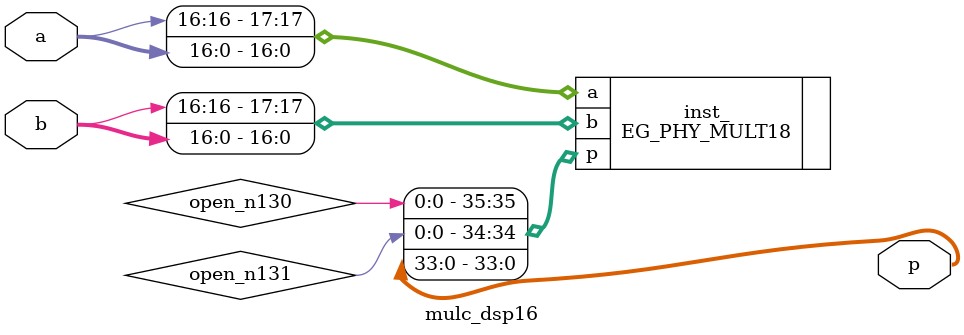
<source format=v>

`timescale 1ns / 1ps
module mulc_dsp16  // al_ip/mulc_dsp16.v(14)
  (
  a,
  b,
  p
  );

  input [16:0] a;  // al_ip/mulc_dsp16.v(18)
  input [16:0] b;  // al_ip/mulc_dsp16.v(19)
  output [33:0] p;  // al_ip/mulc_dsp16.v(16)


  EG_PHY_CONFIG #(
    .DONE_PERSISTN("ENABLE"),
    .INIT_PERSISTN("ENABLE"),
    .JTAG_PERSISTN("DISABLE"),
    .PROGRAMN_PERSISTN("DISABLE"))
    config_inst ();
  EG_PHY_MULT18 #(
    .INPUTREGA("DISABLE"),
    .INPUTREGB("DISABLE"),
    .MODE("MULT18X18C"),
    .OUTPUTREG("DISABLE"),
    .SIGNEDAMUX("1"),
    .SIGNEDBMUX("1"))
    inst_ (
    .a({a[16],a}),
    .b({b[16],b}),
    .p({open_n130,open_n131,p}));

endmodule 


</source>
